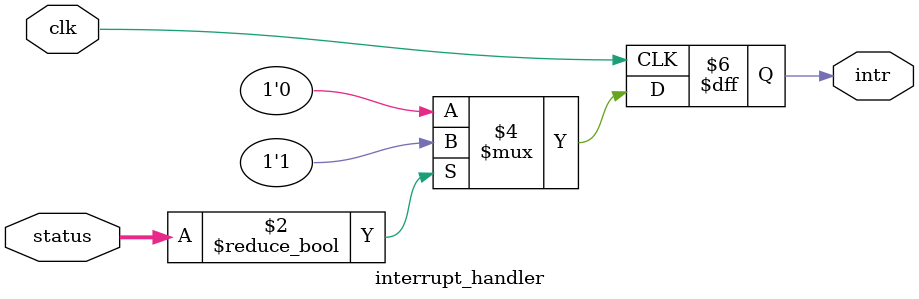
<source format=v>
module interrupt_handler (
    input wire clk,
    input wire [1:0] status, // 2-bit status (e.g., error or done)
    output reg intr
);
    always @(posedge clk) begin
        if (status != 0) intr <= 1;
        else intr <= 0;
    end
endmodule
</source>
